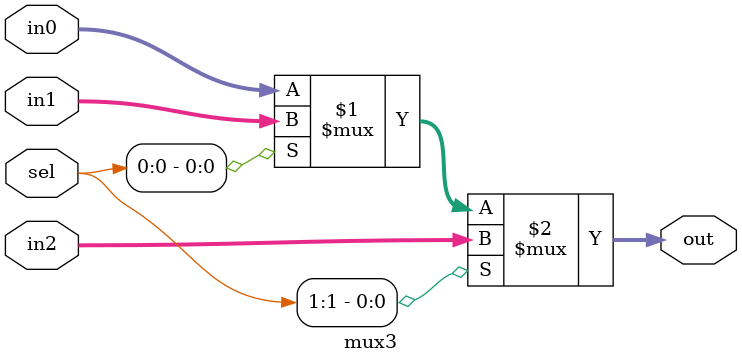
<source format=v>
module mux3 #(parameter WIDTH = 32) (
    input [WIDTH-1:0] in0, in1, in2,
    input [1:0] sel,
    output [WIDTH-1:0] out
);

    assign out = sel[1] ? in2 : (sel[0] ? in1 : in0);

endmodule
</source>
